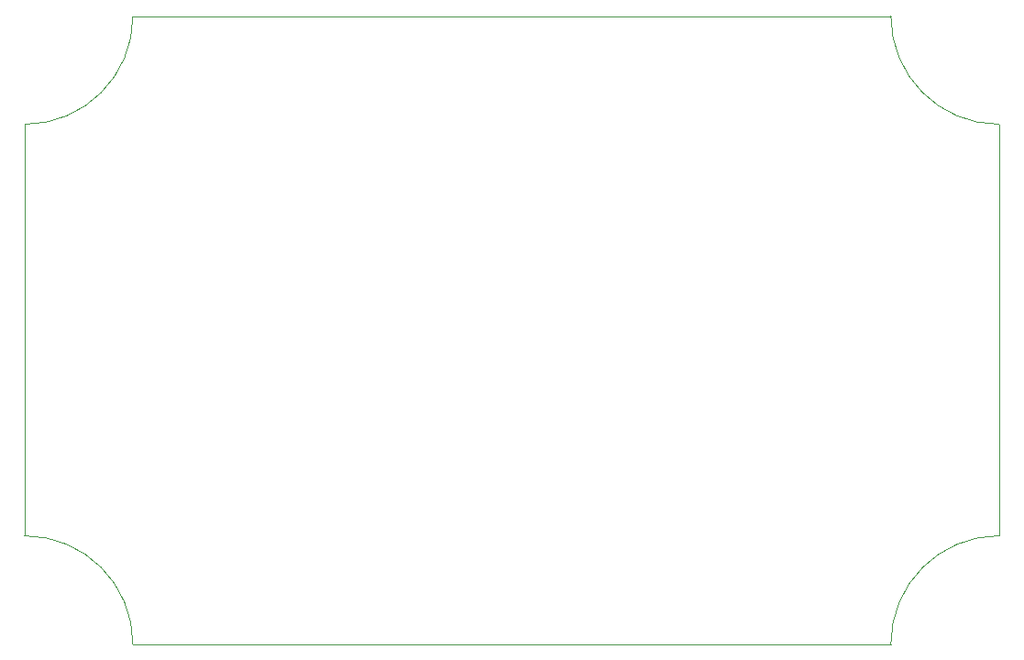
<source format=gbr>
G04 #@! TF.GenerationSoftware,KiCad,Pcbnew,7.0.11+dfsg-1build4*
G04 #@! TF.CreationDate,2025-09-21T21:37:11-05:00*
G04 #@! TF.ProjectId,lir-multi-charger,6c69722d-6d75-46c7-9469-2d6368617267,rev?*
G04 #@! TF.SameCoordinates,Original*
G04 #@! TF.FileFunction,Profile,NP*
%FSLAX46Y46*%
G04 Gerber Fmt 4.6, Leading zero omitted, Abs format (unit mm)*
G04 Created by KiCad (PCBNEW 7.0.11+dfsg-1build4) date 2025-09-21 21:37:11*
%MOMM*%
%LPD*%
G01*
G04 APERTURE LIST*
G04 #@! TA.AperFunction,Profile*
%ADD10C,0.050000*%
G04 #@! TD*
G04 APERTURE END LIST*
D10*
X180000000Y-100000000D02*
G75*
G03*
X190000000Y-110000000I10000000J0D01*
G01*
X110000000Y-100000000D02*
X180000000Y-100000000D01*
X190000000Y-148000000D02*
G75*
G03*
X180000000Y-158000000I0J-10000000D01*
G01*
X110000000Y-158000000D02*
X180000000Y-158000000D01*
X100000000Y-110000000D02*
X100000000Y-148000000D01*
X100000000Y-110000000D02*
G75*
G03*
X110000000Y-100000000I0J10000000D01*
G01*
X190000000Y-110000000D02*
X190000000Y-148000000D01*
X110000000Y-158000000D02*
G75*
G03*
X100000000Y-148000000I-10000000J0D01*
G01*
M02*

</source>
